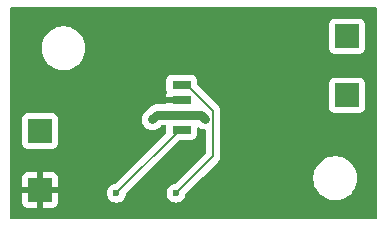
<source format=gbr>
%TF.GenerationSoftware,KiCad,Pcbnew,8.0.8*%
%TF.CreationDate,2025-04-18T18:27:36-04:00*%
%TF.ProjectId,VEML7700-TR,56454d4c-3737-4303-902d-54522e6b6963,rev?*%
%TF.SameCoordinates,Original*%
%TF.FileFunction,Copper,L2,Bot*%
%TF.FilePolarity,Positive*%
%FSLAX46Y46*%
G04 Gerber Fmt 4.6, Leading zero omitted, Abs format (unit mm)*
G04 Created by KiCad (PCBNEW 8.0.8) date 2025-04-18 18:27:36*
%MOMM*%
%LPD*%
G01*
G04 APERTURE LIST*
%TA.AperFunction,ComponentPad*%
%ADD10R,2.000000X2.000000*%
%TD*%
%TA.AperFunction,SMDPad,CuDef*%
%ADD11R,1.600000X0.700000*%
%TD*%
%TA.AperFunction,ViaPad*%
%ADD12C,0.600000*%
%TD*%
%TA.AperFunction,Conductor*%
%ADD13C,0.200000*%
%TD*%
%TA.AperFunction,Conductor*%
%ADD14C,0.762000*%
%TD*%
G04 APERTURE END LIST*
D10*
%TO.P,TP3,1,1*%
%TO.N,/SDA*%
X155000000Y-121000000D03*
%TD*%
%TO.P,TP1,1,1*%
%TO.N,+3.3V*%
X129000000Y-124000000D03*
%TD*%
%TO.P,TP2,1,1*%
%TO.N,GND*%
X129000000Y-129000000D03*
%TD*%
%TO.P,TP4,1,1*%
%TO.N,/SCL*%
X155000000Y-116000000D03*
%TD*%
D11*
%TO.P,U1,1,SCL*%
%TO.N,/SCL*%
X141000000Y-123905000D03*
%TO.P,U1,2,VDD*%
%TO.N,+3.3V*%
X141000000Y-122635000D03*
%TO.P,U1,3,GND*%
%TO.N,GND*%
X141000000Y-121365000D03*
%TO.P,U1,4,SDA*%
%TO.N,/SDA*%
X141000000Y-120095000D03*
%TD*%
D12*
%TO.N,/SDA*%
X140525000Y-129270000D03*
%TO.N,/SCL*%
X135475000Y-129270000D03*
%TO.N,GND*%
X140525000Y-126730000D03*
X146000000Y-127000000D03*
%TO.N,+3.3V*%
X143000000Y-123000000D03*
%TO.N,GND*%
X138491250Y-120962500D03*
X136000000Y-120962500D03*
%TO.N,+3.3V*%
X138491250Y-123037500D03*
%TD*%
D13*
%TO.N,/SCL*%
X141000000Y-123905000D02*
X140840000Y-123905000D01*
X140840000Y-123905000D02*
X135475000Y-129270000D01*
D14*
%TO.N,+3.3V*%
X138491250Y-123037500D02*
X138893750Y-122635000D01*
X138893750Y-122635000D02*
X141000000Y-122635000D01*
X142635000Y-122635000D02*
X143000000Y-123000000D01*
X141000000Y-122635000D02*
X142635000Y-122635000D01*
D13*
%TO.N,/SDA*%
X141000000Y-120095000D02*
X141480000Y-120095000D01*
X141480000Y-120095000D02*
X143681000Y-122296000D01*
X143681000Y-122296000D02*
X143681000Y-126114000D01*
X143681000Y-126114000D02*
X140525000Y-129270000D01*
%TD*%
%TA.AperFunction,Conductor*%
%TO.N,GND*%
G36*
X157442539Y-113520185D02*
G01*
X157488294Y-113572989D01*
X157499500Y-113624500D01*
X157499500Y-131375500D01*
X157479815Y-131442539D01*
X157427011Y-131488294D01*
X157375500Y-131499500D01*
X126624500Y-131499500D01*
X126557461Y-131479815D01*
X126511706Y-131427011D01*
X126500500Y-131375500D01*
X126500500Y-127952155D01*
X127500000Y-127952155D01*
X127500000Y-128750000D01*
X128566988Y-128750000D01*
X128534075Y-128807007D01*
X128500000Y-128934174D01*
X128500000Y-129065826D01*
X128534075Y-129192993D01*
X128566988Y-129250000D01*
X127500000Y-129250000D01*
X127500000Y-130047844D01*
X127506401Y-130107372D01*
X127506403Y-130107379D01*
X127556645Y-130242086D01*
X127556649Y-130242093D01*
X127642809Y-130357187D01*
X127642812Y-130357190D01*
X127757906Y-130443350D01*
X127757913Y-130443354D01*
X127892620Y-130493596D01*
X127892627Y-130493598D01*
X127952155Y-130499999D01*
X127952172Y-130500000D01*
X128750000Y-130500000D01*
X128750000Y-129433012D01*
X128807007Y-129465925D01*
X128934174Y-129500000D01*
X129065826Y-129500000D01*
X129192993Y-129465925D01*
X129250000Y-129433012D01*
X129250000Y-130500000D01*
X130047828Y-130500000D01*
X130047844Y-130499999D01*
X130107372Y-130493598D01*
X130107379Y-130493596D01*
X130242086Y-130443354D01*
X130242093Y-130443350D01*
X130357187Y-130357190D01*
X130357190Y-130357187D01*
X130443350Y-130242093D01*
X130443354Y-130242086D01*
X130493596Y-130107379D01*
X130493598Y-130107372D01*
X130499999Y-130047844D01*
X130500000Y-130047827D01*
X130500000Y-129269996D01*
X134669435Y-129269996D01*
X134669435Y-129270003D01*
X134689630Y-129449249D01*
X134689631Y-129449254D01*
X134749211Y-129619523D01*
X134776672Y-129663226D01*
X134845184Y-129772262D01*
X134972738Y-129899816D01*
X135125478Y-129995789D01*
X135274194Y-130047827D01*
X135295745Y-130055368D01*
X135295750Y-130055369D01*
X135474996Y-130075565D01*
X135475000Y-130075565D01*
X135475004Y-130075565D01*
X135654249Y-130055369D01*
X135654252Y-130055368D01*
X135654255Y-130055368D01*
X135824522Y-129995789D01*
X135977262Y-129899816D01*
X136104816Y-129772262D01*
X136200789Y-129619522D01*
X136260368Y-129449255D01*
X136270161Y-129362329D01*
X136297226Y-129297918D01*
X136305690Y-129288543D01*
X140802417Y-124791818D01*
X140863740Y-124758333D01*
X140890098Y-124755499D01*
X141847871Y-124755499D01*
X141847872Y-124755499D01*
X141907483Y-124749091D01*
X142042331Y-124698796D01*
X142157546Y-124612546D01*
X142243796Y-124497331D01*
X142294091Y-124362483D01*
X142300500Y-124302873D01*
X142300499Y-123824765D01*
X142320183Y-123757728D01*
X142372987Y-123711973D01*
X142442146Y-123702029D01*
X142493388Y-123721664D01*
X142582453Y-123781175D01*
X142582454Y-123781175D01*
X142582455Y-123781176D01*
X142672991Y-123818677D01*
X142742876Y-123847624D01*
X142742880Y-123847624D01*
X142742881Y-123847625D01*
X142913176Y-123881500D01*
X142913179Y-123881500D01*
X142956500Y-123881500D01*
X143023539Y-123901185D01*
X143069294Y-123953989D01*
X143080500Y-124005500D01*
X143080500Y-125813902D01*
X143060815Y-125880941D01*
X143044181Y-125901583D01*
X140506465Y-128439298D01*
X140445142Y-128472783D01*
X140432668Y-128474837D01*
X140345750Y-128484630D01*
X140175478Y-128544210D01*
X140022737Y-128640184D01*
X139895184Y-128767737D01*
X139799211Y-128920476D01*
X139739631Y-129090745D01*
X139739630Y-129090750D01*
X139719435Y-129269996D01*
X139719435Y-129270003D01*
X139739630Y-129449249D01*
X139739631Y-129449254D01*
X139799211Y-129619523D01*
X139826672Y-129663226D01*
X139895184Y-129772262D01*
X140022738Y-129899816D01*
X140175478Y-129995789D01*
X140324194Y-130047827D01*
X140345745Y-130055368D01*
X140345750Y-130055369D01*
X140524996Y-130075565D01*
X140525000Y-130075565D01*
X140525004Y-130075565D01*
X140704249Y-130055369D01*
X140704252Y-130055368D01*
X140704255Y-130055368D01*
X140874522Y-129995789D01*
X141027262Y-129899816D01*
X141154816Y-129772262D01*
X141250789Y-129619522D01*
X141310368Y-129449255D01*
X141320161Y-129362329D01*
X141347226Y-129297918D01*
X141355690Y-129288543D01*
X142765523Y-127878711D01*
X152149500Y-127878711D01*
X152149500Y-128121288D01*
X152181161Y-128361785D01*
X152243947Y-128596104D01*
X152331306Y-128807007D01*
X152336776Y-128820212D01*
X152458064Y-129030289D01*
X152458066Y-129030292D01*
X152458067Y-129030293D01*
X152605733Y-129222736D01*
X152605739Y-129222743D01*
X152777256Y-129394260D01*
X152777263Y-129394266D01*
X152870651Y-129465925D01*
X152969711Y-129541936D01*
X153179788Y-129663224D01*
X153403900Y-129756054D01*
X153638211Y-129818838D01*
X153818586Y-129842584D01*
X153878711Y-129850500D01*
X153878712Y-129850500D01*
X154121289Y-129850500D01*
X154169388Y-129844167D01*
X154361789Y-129818838D01*
X154596100Y-129756054D01*
X154820212Y-129663224D01*
X155030289Y-129541936D01*
X155222738Y-129394265D01*
X155394265Y-129222738D01*
X155541936Y-129030289D01*
X155663224Y-128820212D01*
X155756054Y-128596100D01*
X155818838Y-128361789D01*
X155850500Y-128121288D01*
X155850500Y-127878712D01*
X155818838Y-127638211D01*
X155756054Y-127403900D01*
X155663224Y-127179788D01*
X155541936Y-126969711D01*
X155394265Y-126777262D01*
X155394260Y-126777256D01*
X155222743Y-126605739D01*
X155222736Y-126605733D01*
X155030293Y-126458067D01*
X155030292Y-126458066D01*
X155030289Y-126458064D01*
X154820212Y-126336776D01*
X154820205Y-126336773D01*
X154596104Y-126243947D01*
X154361785Y-126181161D01*
X154121289Y-126149500D01*
X154121288Y-126149500D01*
X153878712Y-126149500D01*
X153878711Y-126149500D01*
X153638214Y-126181161D01*
X153403895Y-126243947D01*
X153179794Y-126336773D01*
X153179785Y-126336777D01*
X152969706Y-126458067D01*
X152777263Y-126605733D01*
X152777256Y-126605739D01*
X152605739Y-126777256D01*
X152605733Y-126777263D01*
X152458067Y-126969706D01*
X152336777Y-127179785D01*
X152336773Y-127179794D01*
X152243947Y-127403895D01*
X152181161Y-127638214D01*
X152149500Y-127878711D01*
X142765523Y-127878711D01*
X144049713Y-126594521D01*
X144049716Y-126594520D01*
X144161520Y-126482716D01*
X144211639Y-126395904D01*
X144240577Y-126345785D01*
X144281501Y-126193057D01*
X144281501Y-126034943D01*
X144281501Y-126027348D01*
X144281500Y-126027330D01*
X144281500Y-122216945D01*
X144281499Y-122216941D01*
X144270936Y-122177517D01*
X144240577Y-122064215D01*
X144203791Y-122000500D01*
X144161520Y-121927284D01*
X144049716Y-121815480D01*
X144049715Y-121815479D01*
X144045385Y-121811149D01*
X144045374Y-121811139D01*
X142336818Y-120102583D01*
X142303333Y-120041260D01*
X142300499Y-120014902D01*
X142300499Y-119952135D01*
X153499500Y-119952135D01*
X153499500Y-122047870D01*
X153499501Y-122047876D01*
X153505908Y-122107483D01*
X153556202Y-122242328D01*
X153556206Y-122242335D01*
X153642452Y-122357544D01*
X153642455Y-122357547D01*
X153757664Y-122443793D01*
X153757671Y-122443797D01*
X153892517Y-122494091D01*
X153892516Y-122494091D01*
X153899444Y-122494835D01*
X153952127Y-122500500D01*
X156047872Y-122500499D01*
X156107483Y-122494091D01*
X156242331Y-122443796D01*
X156357546Y-122357546D01*
X156443796Y-122242331D01*
X156494091Y-122107483D01*
X156500500Y-122047873D01*
X156500499Y-119952128D01*
X156494091Y-119892517D01*
X156443796Y-119757669D01*
X156443795Y-119757668D01*
X156443793Y-119757664D01*
X156357547Y-119642455D01*
X156357544Y-119642452D01*
X156242335Y-119556206D01*
X156242328Y-119556202D01*
X156107482Y-119505908D01*
X156107483Y-119505908D01*
X156047883Y-119499501D01*
X156047881Y-119499500D01*
X156047873Y-119499500D01*
X156047864Y-119499500D01*
X153952129Y-119499500D01*
X153952123Y-119499501D01*
X153892516Y-119505908D01*
X153757671Y-119556202D01*
X153757664Y-119556206D01*
X153642455Y-119642452D01*
X153642452Y-119642455D01*
X153556206Y-119757664D01*
X153556202Y-119757671D01*
X153505908Y-119892517D01*
X153499501Y-119952116D01*
X153499501Y-119952123D01*
X153499500Y-119952135D01*
X142300499Y-119952135D01*
X142300499Y-119697129D01*
X142300498Y-119697123D01*
X142300497Y-119697116D01*
X142294622Y-119642454D01*
X142294091Y-119637516D01*
X142243797Y-119502671D01*
X142243793Y-119502664D01*
X142157547Y-119387455D01*
X142157544Y-119387452D01*
X142042335Y-119301206D01*
X142042328Y-119301202D01*
X141907482Y-119250908D01*
X141907483Y-119250908D01*
X141847883Y-119244501D01*
X141847881Y-119244500D01*
X141847873Y-119244500D01*
X141847864Y-119244500D01*
X140152129Y-119244500D01*
X140152123Y-119244501D01*
X140092516Y-119250908D01*
X139957671Y-119301202D01*
X139957664Y-119301206D01*
X139842455Y-119387452D01*
X139842452Y-119387455D01*
X139756206Y-119502664D01*
X139756202Y-119502671D01*
X139705908Y-119637517D01*
X139699501Y-119697116D01*
X139699501Y-119697123D01*
X139699500Y-119697135D01*
X139699500Y-120492870D01*
X139699501Y-120492876D01*
X139705908Y-120552483D01*
X139756222Y-120687381D01*
X139761206Y-120757073D01*
X139756222Y-120774046D01*
X139706403Y-120907617D01*
X139706401Y-120907627D01*
X139700000Y-120967155D01*
X139700000Y-121115000D01*
X140876000Y-121115000D01*
X140943039Y-121134685D01*
X140988794Y-121187489D01*
X141000000Y-121239000D01*
X141000000Y-121491000D01*
X140980315Y-121558039D01*
X140927511Y-121603794D01*
X140876000Y-121615000D01*
X139700000Y-121615000D01*
X139700000Y-121629500D01*
X139680315Y-121696539D01*
X139627511Y-121742294D01*
X139576000Y-121753500D01*
X138806927Y-121753500D01*
X138636631Y-121787374D01*
X138636621Y-121787377D01*
X138476206Y-121853822D01*
X138331823Y-121950295D01*
X137806545Y-122475573D01*
X137710072Y-122619956D01*
X137643627Y-122780371D01*
X137643624Y-122780381D01*
X137609750Y-122950676D01*
X137609750Y-122950679D01*
X137609750Y-123124321D01*
X137609750Y-123124323D01*
X137609749Y-123124323D01*
X137643624Y-123294618D01*
X137643627Y-123294628D01*
X137710072Y-123455043D01*
X137806545Y-123599426D01*
X137929323Y-123722204D01*
X138073706Y-123818677D01*
X138225377Y-123881500D01*
X138234126Y-123885124D01*
X138234130Y-123885124D01*
X138234131Y-123885125D01*
X138404426Y-123919000D01*
X138404429Y-123919000D01*
X138578073Y-123919000D01*
X138692643Y-123896209D01*
X138748374Y-123885124D01*
X138894090Y-123824767D01*
X138908793Y-123818677D01*
X138908794Y-123818676D01*
X138908797Y-123818675D01*
X139053174Y-123722206D01*
X139222561Y-123552819D01*
X139283884Y-123519334D01*
X139310242Y-123516500D01*
X139575500Y-123516500D01*
X139642539Y-123536185D01*
X139688294Y-123588989D01*
X139699500Y-123640500D01*
X139699500Y-124144901D01*
X139679815Y-124211940D01*
X139663181Y-124232582D01*
X135456465Y-128439298D01*
X135395142Y-128472783D01*
X135382668Y-128474837D01*
X135295750Y-128484630D01*
X135125478Y-128544210D01*
X134972737Y-128640184D01*
X134845184Y-128767737D01*
X134749211Y-128920476D01*
X134689631Y-129090745D01*
X134689630Y-129090750D01*
X134669435Y-129269996D01*
X130500000Y-129269996D01*
X130500000Y-129250000D01*
X129433012Y-129250000D01*
X129465925Y-129192993D01*
X129500000Y-129065826D01*
X129500000Y-128934174D01*
X129465925Y-128807007D01*
X129433012Y-128750000D01*
X130500000Y-128750000D01*
X130500000Y-127952172D01*
X130499999Y-127952155D01*
X130493598Y-127892627D01*
X130493596Y-127892620D01*
X130443354Y-127757913D01*
X130443350Y-127757906D01*
X130357190Y-127642812D01*
X130357187Y-127642809D01*
X130242093Y-127556649D01*
X130242086Y-127556645D01*
X130107379Y-127506403D01*
X130107372Y-127506401D01*
X130047844Y-127500000D01*
X129250000Y-127500000D01*
X129250000Y-128566988D01*
X129192993Y-128534075D01*
X129065826Y-128500000D01*
X128934174Y-128500000D01*
X128807007Y-128534075D01*
X128750000Y-128566988D01*
X128750000Y-127500000D01*
X127952155Y-127500000D01*
X127892627Y-127506401D01*
X127892620Y-127506403D01*
X127757913Y-127556645D01*
X127757906Y-127556649D01*
X127642812Y-127642809D01*
X127642809Y-127642812D01*
X127556649Y-127757906D01*
X127556645Y-127757913D01*
X127506403Y-127892620D01*
X127506401Y-127892627D01*
X127500000Y-127952155D01*
X126500500Y-127952155D01*
X126500500Y-122952135D01*
X127499500Y-122952135D01*
X127499500Y-125047870D01*
X127499501Y-125047876D01*
X127505908Y-125107483D01*
X127556202Y-125242328D01*
X127556206Y-125242335D01*
X127642452Y-125357544D01*
X127642455Y-125357547D01*
X127757664Y-125443793D01*
X127757671Y-125443797D01*
X127892517Y-125494091D01*
X127892516Y-125494091D01*
X127899444Y-125494835D01*
X127952127Y-125500500D01*
X130047872Y-125500499D01*
X130107483Y-125494091D01*
X130242331Y-125443796D01*
X130357546Y-125357546D01*
X130443796Y-125242331D01*
X130494091Y-125107483D01*
X130500500Y-125047873D01*
X130500499Y-122952128D01*
X130494091Y-122892517D01*
X130452263Y-122780371D01*
X130443797Y-122757671D01*
X130443793Y-122757664D01*
X130357547Y-122642455D01*
X130357544Y-122642452D01*
X130242335Y-122556206D01*
X130242328Y-122556202D01*
X130107482Y-122505908D01*
X130107483Y-122505908D01*
X130047883Y-122499501D01*
X130047881Y-122499500D01*
X130047873Y-122499500D01*
X130047864Y-122499500D01*
X127952129Y-122499500D01*
X127952123Y-122499501D01*
X127892516Y-122505908D01*
X127757671Y-122556202D01*
X127757664Y-122556206D01*
X127642455Y-122642452D01*
X127642452Y-122642455D01*
X127556206Y-122757664D01*
X127556202Y-122757671D01*
X127505908Y-122892517D01*
X127499501Y-122952116D01*
X127499501Y-122952123D01*
X127499500Y-122952135D01*
X126500500Y-122952135D01*
X126500500Y-116878711D01*
X129149500Y-116878711D01*
X129149500Y-117121288D01*
X129181161Y-117361785D01*
X129243947Y-117596104D01*
X129336773Y-117820205D01*
X129336776Y-117820212D01*
X129458064Y-118030289D01*
X129458066Y-118030292D01*
X129458067Y-118030293D01*
X129605733Y-118222736D01*
X129605739Y-118222743D01*
X129777256Y-118394260D01*
X129777262Y-118394265D01*
X129969711Y-118541936D01*
X130179788Y-118663224D01*
X130403900Y-118756054D01*
X130638211Y-118818838D01*
X130818586Y-118842584D01*
X130878711Y-118850500D01*
X130878712Y-118850500D01*
X131121289Y-118850500D01*
X131169388Y-118844167D01*
X131361789Y-118818838D01*
X131596100Y-118756054D01*
X131820212Y-118663224D01*
X132030289Y-118541936D01*
X132222738Y-118394265D01*
X132394265Y-118222738D01*
X132541936Y-118030289D01*
X132663224Y-117820212D01*
X132756054Y-117596100D01*
X132818838Y-117361789D01*
X132850500Y-117121288D01*
X132850500Y-116878712D01*
X132818838Y-116638211D01*
X132756054Y-116403900D01*
X132663224Y-116179788D01*
X132541936Y-115969711D01*
X132394265Y-115777262D01*
X132394260Y-115777256D01*
X132222743Y-115605739D01*
X132222736Y-115605733D01*
X132030293Y-115458067D01*
X132030292Y-115458066D01*
X132030289Y-115458064D01*
X131820212Y-115336776D01*
X131820205Y-115336773D01*
X131596104Y-115243947D01*
X131361785Y-115181161D01*
X131121289Y-115149500D01*
X131121288Y-115149500D01*
X130878712Y-115149500D01*
X130878711Y-115149500D01*
X130638214Y-115181161D01*
X130403895Y-115243947D01*
X130179794Y-115336773D01*
X130179785Y-115336777D01*
X129969706Y-115458067D01*
X129777263Y-115605733D01*
X129777256Y-115605739D01*
X129605739Y-115777256D01*
X129605733Y-115777263D01*
X129458067Y-115969706D01*
X129336777Y-116179785D01*
X129336773Y-116179794D01*
X129243947Y-116403895D01*
X129181161Y-116638214D01*
X129149500Y-116878711D01*
X126500500Y-116878711D01*
X126500500Y-114952135D01*
X153499500Y-114952135D01*
X153499500Y-117047870D01*
X153499501Y-117047876D01*
X153505908Y-117107483D01*
X153556202Y-117242328D01*
X153556206Y-117242335D01*
X153642452Y-117357544D01*
X153642455Y-117357547D01*
X153757664Y-117443793D01*
X153757671Y-117443797D01*
X153892517Y-117494091D01*
X153892516Y-117494091D01*
X153899444Y-117494835D01*
X153952127Y-117500500D01*
X156047872Y-117500499D01*
X156107483Y-117494091D01*
X156242331Y-117443796D01*
X156357546Y-117357546D01*
X156443796Y-117242331D01*
X156494091Y-117107483D01*
X156500500Y-117047873D01*
X156500499Y-114952128D01*
X156494091Y-114892517D01*
X156443796Y-114757669D01*
X156443795Y-114757668D01*
X156443793Y-114757664D01*
X156357547Y-114642455D01*
X156357544Y-114642452D01*
X156242335Y-114556206D01*
X156242328Y-114556202D01*
X156107482Y-114505908D01*
X156107483Y-114505908D01*
X156047883Y-114499501D01*
X156047881Y-114499500D01*
X156047873Y-114499500D01*
X156047864Y-114499500D01*
X153952129Y-114499500D01*
X153952123Y-114499501D01*
X153892516Y-114505908D01*
X153757671Y-114556202D01*
X153757664Y-114556206D01*
X153642455Y-114642452D01*
X153642452Y-114642455D01*
X153556206Y-114757664D01*
X153556202Y-114757671D01*
X153505908Y-114892517D01*
X153499501Y-114952116D01*
X153499501Y-114952123D01*
X153499500Y-114952135D01*
X126500500Y-114952135D01*
X126500500Y-113624500D01*
X126520185Y-113557461D01*
X126572989Y-113511706D01*
X126624500Y-113500500D01*
X157375500Y-113500500D01*
X157442539Y-113520185D01*
G37*
%TD.AperFunction*%
%TD*%
M02*

</source>
